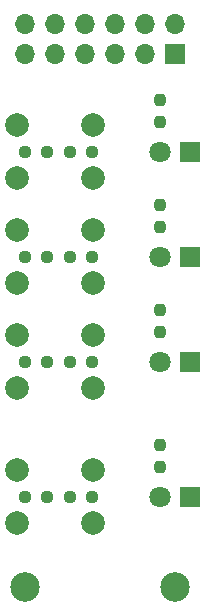
<source format=gbs>
G04 #@! TF.GenerationSoftware,KiCad,Pcbnew,7.0.11-7.0.11~ubuntu20.04.1*
G04 #@! TF.CreationDate,2024-08-22T00:47:32+02:00*
G04 #@! TF.ProjectId,kicad-pmod-semaphore,6b696361-642d-4706-9d6f-642d73656d61,1.0*
G04 #@! TF.SameCoordinates,Original*
G04 #@! TF.FileFunction,Soldermask,Bot*
G04 #@! TF.FilePolarity,Negative*
%FSLAX46Y46*%
G04 Gerber Fmt 4.6, Leading zero omitted, Abs format (unit mm)*
G04 Created by KiCad (PCBNEW 7.0.11-7.0.11~ubuntu20.04.1) date 2024-08-22 00:47:32*
%MOMM*%
%LPD*%
G01*
G04 APERTURE LIST*
G04 Aperture macros list*
%AMRoundRect*
0 Rectangle with rounded corners*
0 $1 Rounding radius*
0 $2 $3 $4 $5 $6 $7 $8 $9 X,Y pos of 4 corners*
0 Add a 4 corners polygon primitive as box body*
4,1,4,$2,$3,$4,$5,$6,$7,$8,$9,$2,$3,0*
0 Add four circle primitives for the rounded corners*
1,1,$1+$1,$2,$3*
1,1,$1+$1,$4,$5*
1,1,$1+$1,$6,$7*
1,1,$1+$1,$8,$9*
0 Add four rect primitives between the rounded corners*
20,1,$1+$1,$2,$3,$4,$5,0*
20,1,$1+$1,$4,$5,$6,$7,0*
20,1,$1+$1,$6,$7,$8,$9,0*
20,1,$1+$1,$8,$9,$2,$3,0*%
G04 Aperture macros list end*
%ADD10C,2.000000*%
%ADD11RoundRect,0.237500X-0.237500X0.250000X-0.237500X-0.250000X0.237500X-0.250000X0.237500X0.250000X0*%
%ADD12RoundRect,0.237500X0.250000X0.237500X-0.250000X0.237500X-0.250000X-0.237500X0.250000X-0.237500X0*%
%ADD13R,1.700000X1.700000*%
%ADD14O,1.700000X1.700000*%
%ADD15C,2.500000*%
%ADD16R,1.800000X1.800000*%
%ADD17C,1.800000*%
G04 APERTURE END LIST*
D10*
X120090000Y-86015000D03*
X113590000Y-86015000D03*
X120090000Y-90515000D03*
X113590000Y-90515000D03*
X120090000Y-74585000D03*
X113590000Y-74585000D03*
X120090000Y-79085000D03*
X113590000Y-79085000D03*
X120090000Y-65695000D03*
X113590000Y-65695000D03*
X120090000Y-70195000D03*
X113590000Y-70195000D03*
X120090000Y-56805000D03*
X113590000Y-56805000D03*
X120090000Y-61305000D03*
X113590000Y-61305000D03*
D11*
X125730000Y-83900000D03*
X125730000Y-85725000D03*
X125730000Y-72470000D03*
X125730000Y-74295000D03*
X125730000Y-63580000D03*
X125730000Y-65405000D03*
X125730000Y-54690000D03*
X125730000Y-56515000D03*
D12*
X116125000Y-88265000D03*
X114300000Y-88265000D03*
X116125000Y-76835000D03*
X114300000Y-76835000D03*
X116125000Y-67945000D03*
X114300000Y-67945000D03*
X116125000Y-59055000D03*
X114300000Y-59055000D03*
X119935000Y-88265000D03*
X118110000Y-88265000D03*
X119935000Y-76835000D03*
X118110000Y-76835000D03*
X119935000Y-67945000D03*
X118110000Y-67945000D03*
X119935000Y-59055000D03*
X118110000Y-59055000D03*
D13*
X127000000Y-50800000D03*
D14*
X127000000Y-48260000D03*
X124460000Y-50800000D03*
X124460000Y-48260000D03*
X121920000Y-50800000D03*
X121920000Y-48260000D03*
X119380000Y-50800000D03*
X119380000Y-48260000D03*
X116840000Y-50800000D03*
X116840000Y-48260000D03*
X114300000Y-50800000D03*
X114300000Y-48260000D03*
D15*
X127000000Y-95885000D03*
X114300000Y-95885000D03*
D16*
X128270000Y-88265000D03*
D17*
X125730000Y-88265000D03*
D16*
X128270000Y-76835000D03*
D17*
X125730000Y-76835000D03*
D16*
X128270000Y-67945000D03*
D17*
X125730000Y-67945000D03*
X125730000Y-59055000D03*
D16*
X128270000Y-59055000D03*
M02*

</source>
